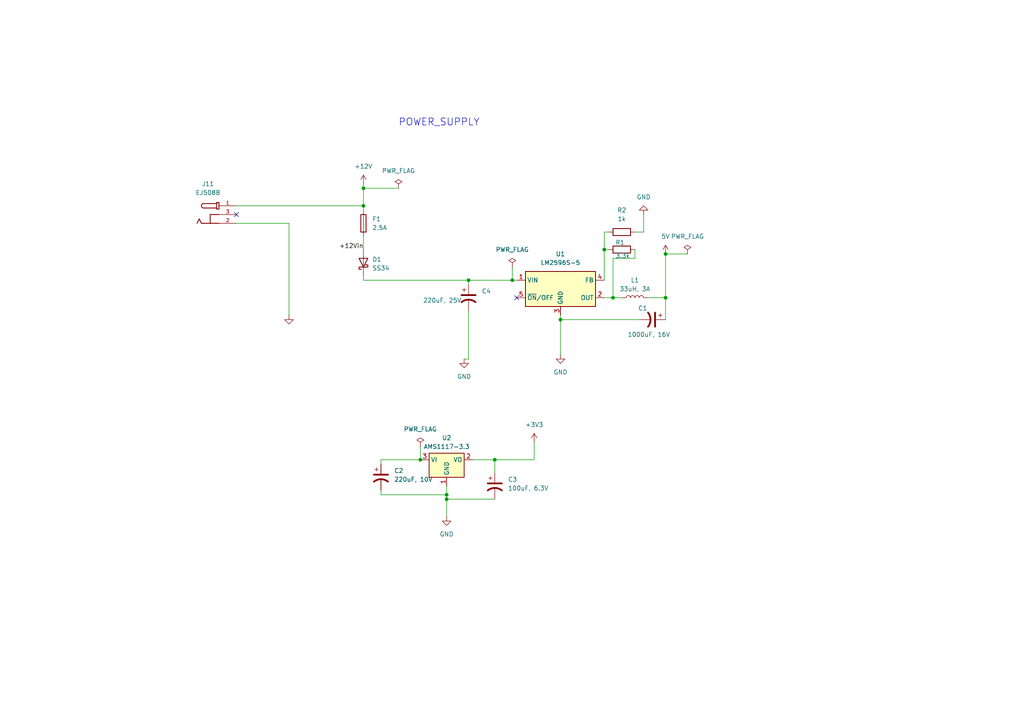
<source format=kicad_sch>
(kicad_sch
	(version 20231120)
	(generator "eeschema")
	(generator_version "8.0")
	(uuid "b11cd064-1802-47ac-aabe-b8a57805aa57")
	(paper "A4")
	(title_block
		(title "FARMTY ")
		(date "2025-02-20")
		(company "NGA ")
		(comment 1 "ALLAN NG'ANG'A GACHERU")
	)
	(lib_symbols
		(symbol "Device:C_Polarized_US"
			(pin_numbers hide)
			(pin_names
				(offset 0.254) hide)
			(exclude_from_sim no)
			(in_bom yes)
			(on_board yes)
			(property "Reference" "C"
				(at 0.635 2.54 0)
				(effects
					(font
						(size 1.27 1.27)
					)
					(justify left)
				)
			)
			(property "Value" "C_Polarized_US"
				(at 0.635 -2.54 0)
				(effects
					(font
						(size 1.27 1.27)
					)
					(justify left)
				)
			)
			(property "Footprint" ""
				(at 0 0 0)
				(effects
					(font
						(size 1.27 1.27)
					)
					(hide yes)
				)
			)
			(property "Datasheet" "~"
				(at 0 0 0)
				(effects
					(font
						(size 1.27 1.27)
					)
					(hide yes)
				)
			)
			(property "Description" "Polarized capacitor, US symbol"
				(at 0 0 0)
				(effects
					(font
						(size 1.27 1.27)
					)
					(hide yes)
				)
			)
			(property "ki_keywords" "cap capacitor"
				(at 0 0 0)
				(effects
					(font
						(size 1.27 1.27)
					)
					(hide yes)
				)
			)
			(property "ki_fp_filters" "CP_*"
				(at 0 0 0)
				(effects
					(font
						(size 1.27 1.27)
					)
					(hide yes)
				)
			)
			(symbol "C_Polarized_US_0_1"
				(polyline
					(pts
						(xy -2.032 0.762) (xy 2.032 0.762)
					)
					(stroke
						(width 0.508)
						(type default)
					)
					(fill
						(type none)
					)
				)
				(polyline
					(pts
						(xy -1.778 2.286) (xy -0.762 2.286)
					)
					(stroke
						(width 0)
						(type default)
					)
					(fill
						(type none)
					)
				)
				(polyline
					(pts
						(xy -1.27 1.778) (xy -1.27 2.794)
					)
					(stroke
						(width 0)
						(type default)
					)
					(fill
						(type none)
					)
				)
				(arc
					(start 2.032 -1.27)
					(mid 0 -0.5572)
					(end -2.032 -1.27)
					(stroke
						(width 0.508)
						(type default)
					)
					(fill
						(type none)
					)
				)
			)
			(symbol "C_Polarized_US_1_1"
				(pin passive line
					(at 0 3.81 270)
					(length 2.794)
					(name "~"
						(effects
							(font
								(size 1.27 1.27)
							)
						)
					)
					(number "1"
						(effects
							(font
								(size 1.27 1.27)
							)
						)
					)
				)
				(pin passive line
					(at 0 -3.81 90)
					(length 3.302)
					(name "~"
						(effects
							(font
								(size 1.27 1.27)
							)
						)
					)
					(number "2"
						(effects
							(font
								(size 1.27 1.27)
							)
						)
					)
				)
			)
		)
		(symbol "Device:Fuse"
			(pin_numbers hide)
			(pin_names
				(offset 0)
			)
			(exclude_from_sim no)
			(in_bom yes)
			(on_board yes)
			(property "Reference" "F"
				(at 2.032 0 90)
				(effects
					(font
						(size 1.27 1.27)
					)
				)
			)
			(property "Value" "Fuse"
				(at -1.905 0 90)
				(effects
					(font
						(size 1.27 1.27)
					)
				)
			)
			(property "Footprint" ""
				(at -1.778 0 90)
				(effects
					(font
						(size 1.27 1.27)
					)
					(hide yes)
				)
			)
			(property "Datasheet" "~"
				(at 0 0 0)
				(effects
					(font
						(size 1.27 1.27)
					)
					(hide yes)
				)
			)
			(property "Description" "Fuse"
				(at 0 0 0)
				(effects
					(font
						(size 1.27 1.27)
					)
					(hide yes)
				)
			)
			(property "ki_keywords" "fuse"
				(at 0 0 0)
				(effects
					(font
						(size 1.27 1.27)
					)
					(hide yes)
				)
			)
			(property "ki_fp_filters" "*Fuse*"
				(at 0 0 0)
				(effects
					(font
						(size 1.27 1.27)
					)
					(hide yes)
				)
			)
			(symbol "Fuse_0_1"
				(rectangle
					(start -0.762 -2.54)
					(end 0.762 2.54)
					(stroke
						(width 0.254)
						(type default)
					)
					(fill
						(type none)
					)
				)
				(polyline
					(pts
						(xy 0 2.54) (xy 0 -2.54)
					)
					(stroke
						(width 0)
						(type default)
					)
					(fill
						(type none)
					)
				)
			)
			(symbol "Fuse_1_1"
				(pin passive line
					(at 0 3.81 270)
					(length 1.27)
					(name "~"
						(effects
							(font
								(size 1.27 1.27)
							)
						)
					)
					(number "1"
						(effects
							(font
								(size 1.27 1.27)
							)
						)
					)
				)
				(pin passive line
					(at 0 -3.81 90)
					(length 1.27)
					(name "~"
						(effects
							(font
								(size 1.27 1.27)
							)
						)
					)
					(number "2"
						(effects
							(font
								(size 1.27 1.27)
							)
						)
					)
				)
			)
		)
		(symbol "Device:L"
			(pin_numbers hide)
			(pin_names
				(offset 1.016) hide)
			(exclude_from_sim no)
			(in_bom yes)
			(on_board yes)
			(property "Reference" "L"
				(at -1.27 0 90)
				(effects
					(font
						(size 1.27 1.27)
					)
				)
			)
			(property "Value" "L"
				(at 1.905 0 90)
				(effects
					(font
						(size 1.27 1.27)
					)
				)
			)
			(property "Footprint" ""
				(at 0 0 0)
				(effects
					(font
						(size 1.27 1.27)
					)
					(hide yes)
				)
			)
			(property "Datasheet" "~"
				(at 0 0 0)
				(effects
					(font
						(size 1.27 1.27)
					)
					(hide yes)
				)
			)
			(property "Description" "Inductor"
				(at 0 0 0)
				(effects
					(font
						(size 1.27 1.27)
					)
					(hide yes)
				)
			)
			(property "ki_keywords" "inductor choke coil reactor magnetic"
				(at 0 0 0)
				(effects
					(font
						(size 1.27 1.27)
					)
					(hide yes)
				)
			)
			(property "ki_fp_filters" "Choke_* *Coil* Inductor_* L_*"
				(at 0 0 0)
				(effects
					(font
						(size 1.27 1.27)
					)
					(hide yes)
				)
			)
			(symbol "L_0_1"
				(arc
					(start 0 -2.54)
					(mid 0.6323 -1.905)
					(end 0 -1.27)
					(stroke
						(width 0)
						(type default)
					)
					(fill
						(type none)
					)
				)
				(arc
					(start 0 -1.27)
					(mid 0.6323 -0.635)
					(end 0 0)
					(stroke
						(width 0)
						(type default)
					)
					(fill
						(type none)
					)
				)
				(arc
					(start 0 0)
					(mid 0.6323 0.635)
					(end 0 1.27)
					(stroke
						(width 0)
						(type default)
					)
					(fill
						(type none)
					)
				)
				(arc
					(start 0 1.27)
					(mid 0.6323 1.905)
					(end 0 2.54)
					(stroke
						(width 0)
						(type default)
					)
					(fill
						(type none)
					)
				)
			)
			(symbol "L_1_1"
				(pin passive line
					(at 0 3.81 270)
					(length 1.27)
					(name "1"
						(effects
							(font
								(size 1.27 1.27)
							)
						)
					)
					(number "1"
						(effects
							(font
								(size 1.27 1.27)
							)
						)
					)
				)
				(pin passive line
					(at 0 -3.81 90)
					(length 1.27)
					(name "2"
						(effects
							(font
								(size 1.27 1.27)
							)
						)
					)
					(number "2"
						(effects
							(font
								(size 1.27 1.27)
							)
						)
					)
				)
			)
		)
		(symbol "Device:R"
			(pin_numbers hide)
			(pin_names
				(offset 0)
			)
			(exclude_from_sim no)
			(in_bom yes)
			(on_board yes)
			(property "Reference" "R"
				(at 2.032 0 90)
				(effects
					(font
						(size 1.27 1.27)
					)
				)
			)
			(property "Value" "R"
				(at 0 0 90)
				(effects
					(font
						(size 1.27 1.27)
					)
				)
			)
			(property "Footprint" ""
				(at -1.778 0 90)
				(effects
					(font
						(size 1.27 1.27)
					)
					(hide yes)
				)
			)
			(property "Datasheet" "~"
				(at 0 0 0)
				(effects
					(font
						(size 1.27 1.27)
					)
					(hide yes)
				)
			)
			(property "Description" "Resistor"
				(at 0 0 0)
				(effects
					(font
						(size 1.27 1.27)
					)
					(hide yes)
				)
			)
			(property "ki_keywords" "R res resistor"
				(at 0 0 0)
				(effects
					(font
						(size 1.27 1.27)
					)
					(hide yes)
				)
			)
			(property "ki_fp_filters" "R_*"
				(at 0 0 0)
				(effects
					(font
						(size 1.27 1.27)
					)
					(hide yes)
				)
			)
			(symbol "R_0_1"
				(rectangle
					(start -1.016 -2.54)
					(end 1.016 2.54)
					(stroke
						(width 0.254)
						(type default)
					)
					(fill
						(type none)
					)
				)
			)
			(symbol "R_1_1"
				(pin passive line
					(at 0 3.81 270)
					(length 1.27)
					(name "~"
						(effects
							(font
								(size 1.27 1.27)
							)
						)
					)
					(number "1"
						(effects
							(font
								(size 1.27 1.27)
							)
						)
					)
				)
				(pin passive line
					(at 0 -3.81 90)
					(length 1.27)
					(name "~"
						(effects
							(font
								(size 1.27 1.27)
							)
						)
					)
					(number "2"
						(effects
							(font
								(size 1.27 1.27)
							)
						)
					)
				)
			)
		)
		(symbol "Diode:SS34"
			(pin_numbers hide)
			(pin_names
				(offset 1.016) hide)
			(exclude_from_sim no)
			(in_bom yes)
			(on_board yes)
			(property "Reference" "D"
				(at 0 2.54 0)
				(effects
					(font
						(size 1.27 1.27)
					)
				)
			)
			(property "Value" "SS34"
				(at 0 -2.54 0)
				(effects
					(font
						(size 1.27 1.27)
					)
				)
			)
			(property "Footprint" "Diode_SMD:D_SMA"
				(at 0 -4.445 0)
				(effects
					(font
						(size 1.27 1.27)
					)
					(hide yes)
				)
			)
			(property "Datasheet" "https://www.vishay.com/docs/88751/ss32.pdf"
				(at 0 0 0)
				(effects
					(font
						(size 1.27 1.27)
					)
					(hide yes)
				)
			)
			(property "Description" "40V 3A Schottky Diode, SMA"
				(at 0 0 0)
				(effects
					(font
						(size 1.27 1.27)
					)
					(hide yes)
				)
			)
			(property "ki_keywords" "diode Schottky"
				(at 0 0 0)
				(effects
					(font
						(size 1.27 1.27)
					)
					(hide yes)
				)
			)
			(property "ki_fp_filters" "D*SMA*"
				(at 0 0 0)
				(effects
					(font
						(size 1.27 1.27)
					)
					(hide yes)
				)
			)
			(symbol "SS34_0_1"
				(polyline
					(pts
						(xy 1.27 0) (xy -1.27 0)
					)
					(stroke
						(width 0)
						(type default)
					)
					(fill
						(type none)
					)
				)
				(polyline
					(pts
						(xy 1.27 1.27) (xy 1.27 -1.27) (xy -1.27 0) (xy 1.27 1.27)
					)
					(stroke
						(width 0.254)
						(type default)
					)
					(fill
						(type none)
					)
				)
				(polyline
					(pts
						(xy -1.905 0.635) (xy -1.905 1.27) (xy -1.27 1.27) (xy -1.27 -1.27) (xy -0.635 -1.27) (xy -0.635 -0.635)
					)
					(stroke
						(width 0.254)
						(type default)
					)
					(fill
						(type none)
					)
				)
			)
			(symbol "SS34_1_1"
				(pin passive line
					(at -3.81 0 0)
					(length 2.54)
					(name "K"
						(effects
							(font
								(size 1.27 1.27)
							)
						)
					)
					(number "1"
						(effects
							(font
								(size 1.27 1.27)
							)
						)
					)
				)
				(pin passive line
					(at 3.81 0 180)
					(length 2.54)
					(name "A"
						(effects
							(font
								(size 1.27 1.27)
							)
						)
					)
					(number "2"
						(effects
							(font
								(size 1.27 1.27)
							)
						)
					)
				)
			)
		)
		(symbol "EJ508B:EJ508B"
			(pin_names
				(offset 1.016)
			)
			(exclude_from_sim no)
			(in_bom yes)
			(on_board yes)
			(property "Reference" "J"
				(at -5.08 5.08 0)
				(effects
					(font
						(size 1.27 1.27)
					)
					(justify left bottom)
				)
			)
			(property "Value" "EJ508B"
				(at -5.08 -7.62 0)
				(effects
					(font
						(size 1.27 1.27)
					)
					(justify left bottom)
				)
			)
			(property "Footprint" "EJ508B:MPD_EJ508B"
				(at 0 0 0)
				(effects
					(font
						(size 1.27 1.27)
					)
					(justify bottom)
					(hide yes)
				)
			)
			(property "Datasheet" ""
				(at 0 0 0)
				(effects
					(font
						(size 1.27 1.27)
					)
					(hide yes)
				)
			)
			(property "Description" ""
				(at 0 0 0)
				(effects
					(font
						(size 1.27 1.27)
					)
					(hide yes)
				)
			)
			(property "MF" "MPD (Memory Protection Devices)"
				(at 0 0 0)
				(effects
					(font
						(size 1.27 1.27)
					)
					(justify bottom)
					(hide yes)
				)
			)
			(property "MAXIMUM_PACKAGE_HEIGHT" "10.67 mm"
				(at 0 0 0)
				(effects
					(font
						(size 1.27 1.27)
					)
					(justify bottom)
					(hide yes)
				)
			)
			(property "Package" "None"
				(at 0 0 0)
				(effects
					(font
						(size 1.27 1.27)
					)
					(justify bottom)
					(hide yes)
				)
			)
			(property "Price" "None"
				(at 0 0 0)
				(effects
					(font
						(size 1.27 1.27)
					)
					(justify bottom)
					(hide yes)
				)
			)
			(property "Check_prices" "https://www.snapeda.com/parts/EJ508B/MPD/view-part/?ref=eda"
				(at 0 0 0)
				(effects
					(font
						(size 1.27 1.27)
					)
					(justify bottom)
					(hide yes)
				)
			)
			(property "STANDARD" "Manufacturer Recommendations"
				(at 0 0 0)
				(effects
					(font
						(size 1.27 1.27)
					)
					(justify bottom)
					(hide yes)
				)
			)
			(property "PARTREV" "G"
				(at 0 0 0)
				(effects
					(font
						(size 1.27 1.27)
					)
					(justify bottom)
					(hide yes)
				)
			)
			(property "SnapEDA_Link" "https://www.snapeda.com/parts/EJ508B/MPD/view-part/?ref=snap"
				(at 0 0 0)
				(effects
					(font
						(size 1.27 1.27)
					)
					(justify bottom)
					(hide yes)
				)
			)
			(property "MP" "EJ508B"
				(at 0 0 0)
				(effects
					(font
						(size 1.27 1.27)
					)
					(justify bottom)
					(hide yes)
				)
			)
			(property "Description_1" "\n                        \n                            Power Barrel Connector Jack 2.50mm ID (0.098), 5.50mm OD (0.217) Through Hole, Right Angle\n                        \n"
				(at 0 0 0)
				(effects
					(font
						(size 1.27 1.27)
					)
					(justify bottom)
					(hide yes)
				)
			)
			(property "Availability" "In Stock"
				(at 0 0 0)
				(effects
					(font
						(size 1.27 1.27)
					)
					(justify bottom)
					(hide yes)
				)
			)
			(property "MANUFACTURER" "MPD"
				(at 0 0 0)
				(effects
					(font
						(size 1.27 1.27)
					)
					(justify bottom)
					(hide yes)
				)
			)
			(symbol "EJ508B_0_0"
				(arc
					(start -5.08 2.54)
					(mid -4.894 2.091)
					(end -4.445 1.905)
					(stroke
						(width 0.254)
						(type default)
					)
					(fill
						(type none)
					)
				)
				(arc
					(start -4.445 3.175)
					(mid -4.894 2.989)
					(end -5.08 2.54)
					(stroke
						(width 0.254)
						(type default)
					)
					(fill
						(type none)
					)
				)
				(polyline
					(pts
						(xy -5.715 -1.27) (xy -6.35 -2.54)
					)
					(stroke
						(width 0.254)
						(type default)
					)
					(fill
						(type none)
					)
				)
				(polyline
					(pts
						(xy -5.08 -2.54) (xy -5.715 -1.27)
					)
					(stroke
						(width 0.254)
						(type default)
					)
					(fill
						(type none)
					)
				)
				(polyline
					(pts
						(xy -4.445 1.905) (xy -0.635 1.905)
					)
					(stroke
						(width 0.254)
						(type default)
					)
					(fill
						(type none)
					)
				)
				(polyline
					(pts
						(xy -2.54 -2.54) (xy -5.08 -2.54)
					)
					(stroke
						(width 0.254)
						(type default)
					)
					(fill
						(type none)
					)
				)
				(polyline
					(pts
						(xy -2.54 0) (xy -2.54 -2.54)
					)
					(stroke
						(width 0.254)
						(type default)
					)
					(fill
						(type none)
					)
				)
				(polyline
					(pts
						(xy -0.635 1.5875) (xy -0.635 1.905)
					)
					(stroke
						(width 0.254)
						(type default)
					)
					(fill
						(type none)
					)
				)
				(polyline
					(pts
						(xy -0.635 1.905) (xy -0.635 3.175)
					)
					(stroke
						(width 0.254)
						(type default)
					)
					(fill
						(type none)
					)
				)
				(polyline
					(pts
						(xy -0.635 3.175) (xy -4.445 3.175)
					)
					(stroke
						(width 0.254)
						(type default)
					)
					(fill
						(type none)
					)
				)
				(polyline
					(pts
						(xy -0.635 3.175) (xy -0.635 3.4925)
					)
					(stroke
						(width 0.254)
						(type default)
					)
					(fill
						(type none)
					)
				)
				(polyline
					(pts
						(xy -0.635 3.4925) (xy 0 3.4925)
					)
					(stroke
						(width 0.254)
						(type default)
					)
					(fill
						(type none)
					)
				)
				(polyline
					(pts
						(xy 0 -2.54) (xy -2.54 -2.54)
					)
					(stroke
						(width 0.254)
						(type default)
					)
					(fill
						(type none)
					)
				)
				(polyline
					(pts
						(xy 0 0) (xy -2.54 0)
					)
					(stroke
						(width 0.254)
						(type default)
					)
					(fill
						(type none)
					)
				)
				(polyline
					(pts
						(xy 0 1.5875) (xy -0.635 1.5875)
					)
					(stroke
						(width 0.254)
						(type default)
					)
					(fill
						(type none)
					)
				)
				(polyline
					(pts
						(xy 0 3.4925) (xy 0 1.5875)
					)
					(stroke
						(width 0.254)
						(type default)
					)
					(fill
						(type none)
					)
				)
				(pin passive line
					(at 5.08 2.54 180)
					(length 5.08)
					(name "~"
						(effects
							(font
								(size 1.016 1.016)
							)
						)
					)
					(number "1"
						(effects
							(font
								(size 1.016 1.016)
							)
						)
					)
				)
				(pin passive line
					(at 5.08 -2.54 180)
					(length 5.08)
					(name "~"
						(effects
							(font
								(size 1.016 1.016)
							)
						)
					)
					(number "2"
						(effects
							(font
								(size 1.016 1.016)
							)
						)
					)
				)
				(pin passive line
					(at 5.08 0 180)
					(length 5.08)
					(name "~"
						(effects
							(font
								(size 1.016 1.016)
							)
						)
					)
					(number "3"
						(effects
							(font
								(size 1.016 1.016)
							)
						)
					)
				)
			)
		)
		(symbol "Regulator_Linear:AMS1117-3.3"
			(exclude_from_sim no)
			(in_bom yes)
			(on_board yes)
			(property "Reference" "U"
				(at -3.81 3.175 0)
				(effects
					(font
						(size 1.27 1.27)
					)
				)
			)
			(property "Value" "AMS1117-3.3"
				(at 0 3.175 0)
				(effects
					(font
						(size 1.27 1.27)
					)
					(justify left)
				)
			)
			(property "Footprint" "Package_TO_SOT_SMD:SOT-223-3_TabPin2"
				(at 0 5.08 0)
				(effects
					(font
						(size 1.27 1.27)
					)
					(hide yes)
				)
			)
			(property "Datasheet" "http://www.advanced-monolithic.com/pdf/ds1117.pdf"
				(at 2.54 -6.35 0)
				(effects
					(font
						(size 1.27 1.27)
					)
					(hide yes)
				)
			)
			(property "Description" "1A Low Dropout regulator, positive, 3.3V fixed output, SOT-223"
				(at 0 0 0)
				(effects
					(font
						(size 1.27 1.27)
					)
					(hide yes)
				)
			)
			(property "ki_keywords" "linear regulator ldo fixed positive"
				(at 0 0 0)
				(effects
					(font
						(size 1.27 1.27)
					)
					(hide yes)
				)
			)
			(property "ki_fp_filters" "SOT?223*TabPin2*"
				(at 0 0 0)
				(effects
					(font
						(size 1.27 1.27)
					)
					(hide yes)
				)
			)
			(symbol "AMS1117-3.3_0_1"
				(rectangle
					(start -5.08 -5.08)
					(end 5.08 1.905)
					(stroke
						(width 0.254)
						(type default)
					)
					(fill
						(type background)
					)
				)
			)
			(symbol "AMS1117-3.3_1_1"
				(pin power_in line
					(at 0 -7.62 90)
					(length 2.54)
					(name "GND"
						(effects
							(font
								(size 1.27 1.27)
							)
						)
					)
					(number "1"
						(effects
							(font
								(size 1.27 1.27)
							)
						)
					)
				)
				(pin power_out line
					(at 7.62 0 180)
					(length 2.54)
					(name "VO"
						(effects
							(font
								(size 1.27 1.27)
							)
						)
					)
					(number "2"
						(effects
							(font
								(size 1.27 1.27)
							)
						)
					)
				)
				(pin power_in line
					(at -7.62 0 0)
					(length 2.54)
					(name "VI"
						(effects
							(font
								(size 1.27 1.27)
							)
						)
					)
					(number "3"
						(effects
							(font
								(size 1.27 1.27)
							)
						)
					)
				)
			)
		)
		(symbol "Regulator_Switching:LM2596S-5"
			(exclude_from_sim no)
			(in_bom yes)
			(on_board yes)
			(property "Reference" "U"
				(at -10.16 6.35 0)
				(effects
					(font
						(size 1.27 1.27)
					)
					(justify left)
				)
			)
			(property "Value" "LM2596S-5"
				(at 0 6.35 0)
				(effects
					(font
						(size 1.27 1.27)
					)
					(justify left)
				)
			)
			(property "Footprint" "Package_TO_SOT_SMD:TO-263-5_TabPin3"
				(at 1.27 -6.35 0)
				(effects
					(font
						(size 1.27 1.27)
						(italic yes)
					)
					(justify left)
					(hide yes)
				)
			)
			(property "Datasheet" "http://www.ti.com/lit/ds/symlink/lm2596.pdf"
				(at 0 0 0)
				(effects
					(font
						(size 1.27 1.27)
					)
					(hide yes)
				)
			)
			(property "Description" "5V 3A Step-Down Voltage Regulator, TO-263"
				(at 0 0 0)
				(effects
					(font
						(size 1.27 1.27)
					)
					(hide yes)
				)
			)
			(property "ki_keywords" "Step-Down Voltage Regulator 5V 3A"
				(at 0 0 0)
				(effects
					(font
						(size 1.27 1.27)
					)
					(hide yes)
				)
			)
			(property "ki_fp_filters" "TO?263*"
				(at 0 0 0)
				(effects
					(font
						(size 1.27 1.27)
					)
					(hide yes)
				)
			)
			(symbol "LM2596S-5_0_1"
				(rectangle
					(start -10.16 5.08)
					(end 10.16 -5.08)
					(stroke
						(width 0.254)
						(type default)
					)
					(fill
						(type background)
					)
				)
			)
			(symbol "LM2596S-5_1_1"
				(pin power_in line
					(at -12.7 2.54 0)
					(length 2.54)
					(name "VIN"
						(effects
							(font
								(size 1.27 1.27)
							)
						)
					)
					(number "1"
						(effects
							(font
								(size 1.27 1.27)
							)
						)
					)
				)
				(pin output line
					(at 12.7 -2.54 180)
					(length 2.54)
					(name "OUT"
						(effects
							(font
								(size 1.27 1.27)
							)
						)
					)
					(number "2"
						(effects
							(font
								(size 1.27 1.27)
							)
						)
					)
				)
				(pin power_in line
					(at 0 -7.62 90)
					(length 2.54)
					(name "GND"
						(effects
							(font
								(size 1.27 1.27)
							)
						)
					)
					(number "3"
						(effects
							(font
								(size 1.27 1.27)
							)
						)
					)
				)
				(pin input line
					(at 12.7 2.54 180)
					(length 2.54)
					(name "FB"
						(effects
							(font
								(size 1.27 1.27)
							)
						)
					)
					(number "4"
						(effects
							(font
								(size 1.27 1.27)
							)
						)
					)
				)
				(pin input line
					(at -12.7 -2.54 0)
					(length 2.54)
					(name "~{ON}/OFF"
						(effects
							(font
								(size 1.27 1.27)
							)
						)
					)
					(number "5"
						(effects
							(font
								(size 1.27 1.27)
							)
						)
					)
				)
			)
		)
		(symbol "power:+1V0"
			(power)
			(pin_numbers hide)
			(pin_names
				(offset 0) hide)
			(exclude_from_sim no)
			(in_bom yes)
			(on_board yes)
			(property "Reference" "#PWR"
				(at 0 -3.81 0)
				(effects
					(font
						(size 1.27 1.27)
					)
					(hide yes)
				)
			)
			(property "Value" "+1V0"
				(at 0 3.556 0)
				(effects
					(font
						(size 1.27 1.27)
					)
				)
			)
			(property "Footprint" ""
				(at 0 0 0)
				(effects
					(font
						(size 1.27 1.27)
					)
					(hide yes)
				)
			)
			(property "Datasheet" ""
				(at 0 0 0)
				(effects
					(font
						(size 1.27 1.27)
					)
					(hide yes)
				)
			)
			(property "Description" "Power symbol creates a global label with name \"+1V0\""
				(at 0 0 0)
				(effects
					(font
						(size 1.27 1.27)
					)
					(hide yes)
				)
			)
			(property "ki_keywords" "global power"
				(at 0 0 0)
				(effects
					(font
						(size 1.27 1.27)
					)
					(hide yes)
				)
			)
			(symbol "+1V0_0_1"
				(polyline
					(pts
						(xy -0.762 1.27) (xy 0 2.54)
					)
					(stroke
						(width 0)
						(type default)
					)
					(fill
						(type none)
					)
				)
				(polyline
					(pts
						(xy 0 0) (xy 0 2.54)
					)
					(stroke
						(width 0)
						(type default)
					)
					(fill
						(type none)
					)
				)
				(polyline
					(pts
						(xy 0 2.54) (xy 0.762 1.27)
					)
					(stroke
						(width 0)
						(type default)
					)
					(fill
						(type none)
					)
				)
			)
			(symbol "+1V0_1_1"
				(pin power_in line
					(at 0 0 90)
					(length 0)
					(name "~"
						(effects
							(font
								(size 1.27 1.27)
							)
						)
					)
					(number "1"
						(effects
							(font
								(size 1.27 1.27)
							)
						)
					)
				)
			)
		)
		(symbol "power:+1V1"
			(power)
			(pin_numbers hide)
			(pin_names
				(offset 0) hide)
			(exclude_from_sim no)
			(in_bom yes)
			(on_board yes)
			(property "Reference" "#PWR"
				(at 0 -3.81 0)
				(effects
					(font
						(size 1.27 1.27)
					)
					(hide yes)
				)
			)
			(property "Value" "+1V1"
				(at 0 3.556 0)
				(effects
					(font
						(size 1.27 1.27)
					)
				)
			)
			(property "Footprint" ""
				(at 0 0 0)
				(effects
					(font
						(size 1.27 1.27)
					)
					(hide yes)
				)
			)
			(property "Datasheet" ""
				(at 0 0 0)
				(effects
					(font
						(size 1.27 1.27)
					)
					(hide yes)
				)
			)
			(property "Description" "Power symbol creates a global label with name \"+1V1\""
				(at 0 0 0)
				(effects
					(font
						(size 1.27 1.27)
					)
					(hide yes)
				)
			)
			(property "ki_keywords" "global power"
				(at 0 0 0)
				(effects
					(font
						(size 1.27 1.27)
					)
					(hide yes)
				)
			)
			(symbol "+1V1_0_1"
				(polyline
					(pts
						(xy -0.762 1.27) (xy 0 2.54)
					)
					(stroke
						(width 0)
						(type default)
					)
					(fill
						(type none)
					)
				)
				(polyline
					(pts
						(xy 0 0) (xy 0 2.54)
					)
					(stroke
						(width 0)
						(type default)
					)
					(fill
						(type none)
					)
				)
				(polyline
					(pts
						(xy 0 2.54) (xy 0.762 1.27)
					)
					(stroke
						(width 0)
						(type default)
					)
					(fill
						(type none)
					)
				)
			)
			(symbol "+1V1_1_1"
				(pin power_in line
					(at 0 0 90)
					(length 0)
					(name "~"
						(effects
							(font
								(size 1.27 1.27)
							)
						)
					)
					(number "1"
						(effects
							(font
								(size 1.27 1.27)
							)
						)
					)
				)
			)
		)
		(symbol "power:GND"
			(power)
			(pin_numbers hide)
			(pin_names
				(offset 0) hide)
			(exclude_from_sim no)
			(in_bom yes)
			(on_board yes)
			(property "Reference" "#PWR"
				(at 0 -6.35 0)
				(effects
					(font
						(size 1.27 1.27)
					)
					(hide yes)
				)
			)
			(property "Value" "GND"
				(at 0 -3.81 0)
				(effects
					(font
						(size 1.27 1.27)
					)
				)
			)
			(property "Footprint" ""
				(at 0 0 0)
				(effects
					(font
						(size 1.27 1.27)
					)
					(hide yes)
				)
			)
			(property "Datasheet" ""
				(at 0 0 0)
				(effects
					(font
						(size 1.27 1.27)
					)
					(hide yes)
				)
			)
			(property "Description" "Power symbol creates a global label with name \"GND\" , ground"
				(at 0 0 0)
				(effects
					(font
						(size 1.27 1.27)
					)
					(hide yes)
				)
			)
			(property "ki_keywords" "global power"
				(at 0 0 0)
				(effects
					(font
						(size 1.27 1.27)
					)
					(hide yes)
				)
			)
			(symbol "GND_0_1"
				(polyline
					(pts
						(xy 0 0) (xy 0 -1.27) (xy 1.27 -1.27) (xy 0 -2.54) (xy -1.27 -1.27) (xy 0 -1.27)
					)
					(stroke
						(width 0)
						(type default)
					)
					(fill
						(type none)
					)
				)
			)
			(symbol "GND_1_1"
				(pin power_in line
					(at 0 0 270)
					(length 0)
					(name "~"
						(effects
							(font
								(size 1.27 1.27)
							)
						)
					)
					(number "1"
						(effects
							(font
								(size 1.27 1.27)
							)
						)
					)
				)
			)
		)
		(symbol "power:PWR_FLAG"
			(power)
			(pin_numbers hide)
			(pin_names
				(offset 0) hide)
			(exclude_from_sim no)
			(in_bom yes)
			(on_board yes)
			(property "Reference" "#FLG"
				(at 0 1.905 0)
				(effects
					(font
						(size 1.27 1.27)
					)
					(hide yes)
				)
			)
			(property "Value" "PWR_FLAG"
				(at 0 3.81 0)
				(effects
					(font
						(size 1.27 1.27)
					)
				)
			)
			(property "Footprint" ""
				(at 0 0 0)
				(effects
					(font
						(size 1.27 1.27)
					)
					(hide yes)
				)
			)
			(property "Datasheet" "~"
				(at 0 0 0)
				(effects
					(font
						(size 1.27 1.27)
					)
					(hide yes)
				)
			)
			(property "Description" "Special symbol for telling ERC where power comes from"
				(at 0 0 0)
				(effects
					(font
						(size 1.27 1.27)
					)
					(hide yes)
				)
			)
			(property "ki_keywords" "flag power"
				(at 0 0 0)
				(effects
					(font
						(size 1.27 1.27)
					)
					(hide yes)
				)
			)
			(symbol "PWR_FLAG_0_0"
				(pin power_out line
					(at 0 0 90)
					(length 0)
					(name "~"
						(effects
							(font
								(size 1.27 1.27)
							)
						)
					)
					(number "1"
						(effects
							(font
								(size 1.27 1.27)
							)
						)
					)
				)
			)
			(symbol "PWR_FLAG_0_1"
				(polyline
					(pts
						(xy 0 0) (xy 0 1.27) (xy -1.016 1.905) (xy 0 2.54) (xy 1.016 1.905) (xy 0 1.27)
					)
					(stroke
						(width 0)
						(type default)
					)
					(fill
						(type none)
					)
				)
			)
		)
	)
	(junction
		(at 148.59 81.28)
		(diameter 0)
		(color 0 0 0 0)
		(uuid "36a621c5-3e33-44fe-b834-0e06eee4aebd")
	)
	(junction
		(at 143.51 133.35)
		(diameter 0)
		(color 0 0 0 0)
		(uuid "37281ffc-779d-43eb-832a-d3ba16b210b4")
	)
	(junction
		(at 105.41 59.69)
		(diameter 0)
		(color 0 0 0 0)
		(uuid "410112a4-037d-4121-8d06-194eaa355ed4")
	)
	(junction
		(at 129.54 143.51)
		(diameter 0)
		(color 0 0 0 0)
		(uuid "645589cf-3edb-4c67-9beb-5bd53b3d9630")
	)
	(junction
		(at 162.56 92.71)
		(diameter 0)
		(color 0 0 0 0)
		(uuid "6a91c4a7-8177-41e1-8c88-cf09cbef2100")
	)
	(junction
		(at 193.04 86.36)
		(diameter 0)
		(color 0 0 0 0)
		(uuid "88aa3851-7e5a-4eaf-8ed3-5c1d74eb36cf")
	)
	(junction
		(at 129.54 144.78)
		(diameter 0)
		(color 0 0 0 0)
		(uuid "94242345-8e7e-4123-907e-909546f85746")
	)
	(junction
		(at 193.04 73.66)
		(diameter 0)
		(color 0 0 0 0)
		(uuid "96d86cc4-6ca8-4b2c-849f-11bf9e48131e")
	)
	(junction
		(at 175.26 72.39)
		(diameter 0)
		(color 0 0 0 0)
		(uuid "ba41d7c2-df8a-462e-beac-3b69557b0736")
	)
	(junction
		(at 177.8 86.36)
		(diameter 0)
		(color 0 0 0 0)
		(uuid "d82850cf-4c00-489b-b003-504ef77bf6a7")
	)
	(junction
		(at 121.92 133.35)
		(diameter 0)
		(color 0 0 0 0)
		(uuid "d9953558-7251-41a8-9e39-aeed69d317db")
	)
	(junction
		(at 105.41 54.61)
		(diameter 0)
		(color 0 0 0 0)
		(uuid "efefa24e-75bf-4c9c-890f-85cc6e74f58e")
	)
	(junction
		(at 135.89 81.28)
		(diameter 0)
		(color 0 0 0 0)
		(uuid "f43b4a67-33d4-4665-849a-554ec9f0a84b")
	)
	(no_connect
		(at 68.58 62.23)
		(uuid "99694a58-3d34-44c9-9e04-269014c2db7f")
	)
	(no_connect
		(at 149.86 86.36)
		(uuid "a83ac588-3f5e-44aa-968c-6d7c4c2930aa")
	)
	(wire
		(pts
			(xy 121.92 129.54) (xy 121.92 133.35)
		)
		(stroke
			(width 0)
			(type default)
		)
		(uuid "046eb211-4216-461a-a8e1-5490760c6cc4")
	)
	(wire
		(pts
			(xy 193.04 86.36) (xy 193.04 92.71)
		)
		(stroke
			(width 0)
			(type default)
		)
		(uuid "092bcfb6-6c40-41ba-b30a-418f5942d763")
	)
	(wire
		(pts
			(xy 143.51 133.35) (xy 143.51 137.16)
		)
		(stroke
			(width 0)
			(type default)
		)
		(uuid "0a4ec0ca-79f8-4782-9712-fe3efba04ad3")
	)
	(wire
		(pts
			(xy 110.49 142.24) (xy 110.49 143.51)
		)
		(stroke
			(width 0)
			(type default)
		)
		(uuid "128269a3-4c0d-4f1a-aa7f-4c9f8b01f68d")
	)
	(wire
		(pts
			(xy 110.49 134.62) (xy 110.49 133.35)
		)
		(stroke
			(width 0)
			(type default)
		)
		(uuid "16760021-e729-4eea-a5be-c1b4f4182516")
	)
	(wire
		(pts
			(xy 175.26 72.39) (xy 175.26 81.28)
		)
		(stroke
			(width 0)
			(type default)
		)
		(uuid "19d82195-a762-4775-999f-41eef02e10cd")
	)
	(wire
		(pts
			(xy 68.58 64.77) (xy 83.82 64.77)
		)
		(stroke
			(width 0)
			(type default)
		)
		(uuid "2138b48d-7fd0-4250-83e2-80eab82d4067")
	)
	(wire
		(pts
			(xy 184.15 67.31) (xy 186.69 67.31)
		)
		(stroke
			(width 0)
			(type default)
		)
		(uuid "28488194-ff75-47cc-a795-c34da890c6aa")
	)
	(wire
		(pts
			(xy 68.58 59.69) (xy 105.41 59.69)
		)
		(stroke
			(width 0)
			(type default)
		)
		(uuid "28518693-0257-4422-8d2f-23858b8fc143")
	)
	(wire
		(pts
			(xy 135.89 81.28) (xy 135.89 82.55)
		)
		(stroke
			(width 0)
			(type default)
		)
		(uuid "40bf64e5-7093-48cc-9e31-bc1a3928fa70")
	)
	(wire
		(pts
			(xy 110.49 143.51) (xy 129.54 143.51)
		)
		(stroke
			(width 0)
			(type default)
		)
		(uuid "4a4e8eff-ae30-4671-96e5-76b4de66aaa5")
	)
	(wire
		(pts
			(xy 154.94 133.35) (xy 143.51 133.35)
		)
		(stroke
			(width 0)
			(type default)
		)
		(uuid "58e35009-b5a7-43a6-bb73-99a0989de9c2")
	)
	(wire
		(pts
			(xy 129.54 144.78) (xy 143.51 144.78)
		)
		(stroke
			(width 0)
			(type default)
		)
		(uuid "5b825428-53dd-4f7e-a115-c28d1c6cca93")
	)
	(wire
		(pts
			(xy 193.04 73.66) (xy 199.39 73.66)
		)
		(stroke
			(width 0)
			(type default)
		)
		(uuid "62da33f1-4d23-4266-9c4a-1fb1e6a154d2")
	)
	(wire
		(pts
			(xy 193.04 73.66) (xy 193.04 86.36)
		)
		(stroke
			(width 0)
			(type default)
		)
		(uuid "63180b0e-77dd-45e8-baac-49bfc9074abe")
	)
	(wire
		(pts
			(xy 105.41 54.61) (xy 115.57 54.61)
		)
		(stroke
			(width 0)
			(type default)
		)
		(uuid "67c708e7-e8ec-47bc-90f3-e0e3c4016324")
	)
	(wire
		(pts
			(xy 105.41 53.34) (xy 105.41 54.61)
		)
		(stroke
			(width 0)
			(type default)
		)
		(uuid "7fe1ec48-51bd-46e2-a7b0-1a097d7f3227")
	)
	(wire
		(pts
			(xy 176.53 67.31) (xy 175.26 67.31)
		)
		(stroke
			(width 0)
			(type default)
		)
		(uuid "852d36a9-9aca-4166-b971-ad167096d7e4")
	)
	(wire
		(pts
			(xy 83.82 64.77) (xy 83.82 91.44)
		)
		(stroke
			(width 0)
			(type default)
		)
		(uuid "8d4862a5-dea9-4f84-9963-5e6771a9f279")
	)
	(wire
		(pts
			(xy 184.15 72.39) (xy 184.15 74.93)
		)
		(stroke
			(width 0)
			(type default)
		)
		(uuid "91a11462-664e-4cc9-bf1a-5d2124a8caa7")
	)
	(wire
		(pts
			(xy 110.49 133.35) (xy 121.92 133.35)
		)
		(stroke
			(width 0)
			(type default)
		)
		(uuid "979b53c8-e3fb-4c6a-98a0-3c995f6d3176")
	)
	(wire
		(pts
			(xy 105.41 59.69) (xy 105.41 60.96)
		)
		(stroke
			(width 0)
			(type default)
		)
		(uuid "a2264480-a652-49c3-9833-6865eab8c383")
	)
	(wire
		(pts
			(xy 154.94 128.27) (xy 154.94 133.35)
		)
		(stroke
			(width 0)
			(type default)
		)
		(uuid "a2948322-a297-4afd-aef2-541e6d3f50b6")
	)
	(wire
		(pts
			(xy 162.56 92.71) (xy 162.56 91.44)
		)
		(stroke
			(width 0)
			(type default)
		)
		(uuid "a3633d8e-1f8f-4fff-b628-eda678edbda7")
	)
	(wire
		(pts
			(xy 105.41 54.61) (xy 105.41 59.69)
		)
		(stroke
			(width 0)
			(type default)
		)
		(uuid "a5fab12c-9bd6-4101-a287-ece013bf72c0")
	)
	(wire
		(pts
			(xy 185.42 92.71) (xy 162.56 92.71)
		)
		(stroke
			(width 0)
			(type default)
		)
		(uuid "a678736a-347c-449d-b2af-e6bd2693cf80")
	)
	(wire
		(pts
			(xy 105.41 81.28) (xy 105.41 80.01)
		)
		(stroke
			(width 0)
			(type default)
		)
		(uuid "a75b32d8-34c7-4198-b1fb-550bd03afc72")
	)
	(wire
		(pts
			(xy 162.56 92.71) (xy 162.56 102.87)
		)
		(stroke
			(width 0)
			(type default)
		)
		(uuid "ad7b390f-2462-4988-8e12-df919ce54dea")
	)
	(wire
		(pts
			(xy 186.69 67.31) (xy 186.69 62.23)
		)
		(stroke
			(width 0)
			(type default)
		)
		(uuid "b2b92f7d-27c6-490a-801a-b307dc58b139")
	)
	(wire
		(pts
			(xy 148.59 77.47) (xy 148.59 81.28)
		)
		(stroke
			(width 0)
			(type default)
		)
		(uuid "b410f988-d31c-4fe8-bbd5-05df63814050")
	)
	(wire
		(pts
			(xy 177.8 86.36) (xy 180.34 86.36)
		)
		(stroke
			(width 0)
			(type default)
		)
		(uuid "b591997d-6d2e-4326-b756-e810dc3d5b9a")
	)
	(wire
		(pts
			(xy 177.8 74.93) (xy 177.8 86.36)
		)
		(stroke
			(width 0)
			(type default)
		)
		(uuid "b8116dc1-aa96-4a0c-af5e-4ae6d68e4310")
	)
	(wire
		(pts
			(xy 175.26 72.39) (xy 176.53 72.39)
		)
		(stroke
			(width 0)
			(type default)
		)
		(uuid "bad40b7a-a09e-4556-aa28-398608436088")
	)
	(wire
		(pts
			(xy 184.15 74.93) (xy 177.8 74.93)
		)
		(stroke
			(width 0)
			(type default)
		)
		(uuid "bdf92305-d589-47fb-8327-be9e2670cbf9")
	)
	(wire
		(pts
			(xy 137.16 133.35) (xy 143.51 133.35)
		)
		(stroke
			(width 0)
			(type default)
		)
		(uuid "c2023b58-040c-47b7-85c2-7a66110a2ced")
	)
	(wire
		(pts
			(xy 187.96 86.36) (xy 193.04 86.36)
		)
		(stroke
			(width 0)
			(type default)
		)
		(uuid "dc5ee82b-57eb-4b70-b8f0-148f9ae0340a")
	)
	(wire
		(pts
			(xy 129.54 143.51) (xy 129.54 144.78)
		)
		(stroke
			(width 0)
			(type default)
		)
		(uuid "ddcf157f-6f76-4138-b0d5-283063dd4e95")
	)
	(wire
		(pts
			(xy 148.59 81.28) (xy 149.86 81.28)
		)
		(stroke
			(width 0)
			(type default)
		)
		(uuid "df1f6b5f-5d6c-45de-b9cf-73e56ddc09fc")
	)
	(wire
		(pts
			(xy 175.26 86.36) (xy 177.8 86.36)
		)
		(stroke
			(width 0)
			(type default)
		)
		(uuid "e11ddbe5-ff7a-4f1a-8b02-c260e4378e5a")
	)
	(wire
		(pts
			(xy 129.54 140.97) (xy 129.54 143.51)
		)
		(stroke
			(width 0)
			(type default)
		)
		(uuid "e1980fa9-32c3-47a7-bf60-548ef02c1e89")
	)
	(wire
		(pts
			(xy 105.41 68.58) (xy 105.41 72.39)
		)
		(stroke
			(width 0)
			(type default)
		)
		(uuid "e621b7c2-1318-4daa-b217-8d0491e7fddd")
	)
	(wire
		(pts
			(xy 175.26 67.31) (xy 175.26 72.39)
		)
		(stroke
			(width 0)
			(type default)
		)
		(uuid "ec2163d8-6040-418f-b94c-a16f78dae556")
	)
	(wire
		(pts
			(xy 135.89 90.17) (xy 135.89 104.14)
		)
		(stroke
			(width 0)
			(type default)
		)
		(uuid "ecb0bad8-d3e7-40da-beea-e02b40368a06")
	)
	(wire
		(pts
			(xy 105.41 81.28) (xy 135.89 81.28)
		)
		(stroke
			(width 0)
			(type default)
		)
		(uuid "effed2be-31de-459c-8fa9-1bf2f9437f4f")
	)
	(wire
		(pts
			(xy 135.89 81.28) (xy 148.59 81.28)
		)
		(stroke
			(width 0)
			(type default)
		)
		(uuid "f190d20c-4f84-4cb3-bf9c-4e3acf0dab7f")
	)
	(wire
		(pts
			(xy 129.54 144.78) (xy 129.54 149.86)
		)
		(stroke
			(width 0)
			(type default)
		)
		(uuid "f7a7d337-f783-47dd-b853-673a0eb016e2")
	)
	(wire
		(pts
			(xy 135.89 104.14) (xy 134.62 104.14)
		)
		(stroke
			(width 0)
			(type default)
		)
		(uuid "ffe92e2d-a54f-43af-89cf-083fb4564f0d")
	)
	(text "POWER_SUPPLY"
		(exclude_from_sim no)
		(at 115.57 35.56 0)
		(effects
			(font
				(size 2.032 2.032)
			)
			(justify left)
		)
		(uuid "f90ae2b1-0627-47f4-996c-feb23803257c")
	)
	(label "+12Vin"
		(at 105.41 72.39 180)
		(effects
			(font
				(size 1.27 1.27)
			)
			(justify right bottom)
		)
		(uuid "f34a48c0-51a6-4e35-b6d6-150068769b4c")
	)
	(symbol
		(lib_id "power:PWR_FLAG")
		(at 148.59 77.47 0)
		(unit 1)
		(exclude_from_sim no)
		(in_bom yes)
		(on_board yes)
		(dnp no)
		(fields_autoplaced yes)
		(uuid "081b16fb-63dd-40d1-9fe2-05ee847794a0")
		(property "Reference" "#FLG05"
			(at 148.59 75.565 0)
			(effects
				(font
					(size 1.27 1.27)
				)
				(hide yes)
			)
		)
		(property "Value" "PWR_FLAG"
			(at 148.59 72.39 0)
			(effects
				(font
					(size 1.27 1.27)
				)
			)
		)
		(property "Footprint" ""
			(at 148.59 77.47 0)
			(effects
				(font
					(size 1.27 1.27)
				)
				(hide yes)
			)
		)
		(property "Datasheet" "~"
			(at 148.59 77.47 0)
			(effects
				(font
					(size 1.27 1.27)
				)
				(hide yes)
			)
		)
		(property "Description" "Special symbol for telling ERC where power comes from"
			(at 148.59 77.47 0)
			(effects
				(font
					(size 1.27 1.27)
				)
				(hide yes)
			)
		)
		(pin "1"
			(uuid "6bbd105e-b55a-43c7-9224-afdde0672ce0")
		)
		(instances
			(project ""
				(path "/0fdfe1ab-72bc-4993-b1c2-70ee1668a905/f1862624-a197-4c52-bbd0-e714cfe2f9b0"
					(reference "#FLG05")
					(unit 1)
				)
			)
		)
	)
	(symbol
		(lib_id "power:PWR_FLAG")
		(at 121.92 129.54 0)
		(unit 1)
		(exclude_from_sim no)
		(in_bom yes)
		(on_board yes)
		(dnp no)
		(fields_autoplaced yes)
		(uuid "11ab05fb-ea91-4688-9374-5f007305757c")
		(property "Reference" "#FLG04"
			(at 121.92 127.635 0)
			(effects
				(font
					(size 1.27 1.27)
				)
				(hide yes)
			)
		)
		(property "Value" "PWR_FLAG"
			(at 121.92 124.46 0)
			(effects
				(font
					(size 1.27 1.27)
				)
			)
		)
		(property "Footprint" ""
			(at 121.92 129.54 0)
			(effects
				(font
					(size 1.27 1.27)
				)
				(hide yes)
			)
		)
		(property "Datasheet" "~"
			(at 121.92 129.54 0)
			(effects
				(font
					(size 1.27 1.27)
				)
				(hide yes)
			)
		)
		(property "Description" "Special symbol for telling ERC where power comes from"
			(at 121.92 129.54 0)
			(effects
				(font
					(size 1.27 1.27)
				)
				(hide yes)
			)
		)
		(pin "1"
			(uuid "cf0ab43a-8c7f-4fde-ab9a-3d414847c19b")
		)
		(instances
			(project ""
				(path "/0fdfe1ab-72bc-4993-b1c2-70ee1668a905/f1862624-a197-4c52-bbd0-e714cfe2f9b0"
					(reference "#FLG04")
					(unit 1)
				)
			)
		)
	)
	(symbol
		(lib_id "power:GND")
		(at 162.56 102.87 0)
		(unit 1)
		(exclude_from_sim no)
		(in_bom yes)
		(on_board yes)
		(dnp no)
		(fields_autoplaced yes)
		(uuid "28cc6814-9047-4a0b-b341-0fde39d1d80f")
		(property "Reference" "#PWR038"
			(at 162.56 109.22 0)
			(effects
				(font
					(size 1.27 1.27)
				)
				(hide yes)
			)
		)
		(property "Value" "GND"
			(at 162.56 107.95 0)
			(effects
				(font
					(size 1.27 1.27)
				)
			)
		)
		(property "Footprint" ""
			(at 162.56 102.87 0)
			(effects
				(font
					(size 1.27 1.27)
				)
				(hide yes)
			)
		)
		(property "Datasheet" ""
			(at 162.56 102.87 0)
			(effects
				(font
					(size 1.27 1.27)
				)
				(hide yes)
			)
		)
		(property "Description" "Power symbol creates a global label with name \"GND\" , ground"
			(at 162.56 102.87 0)
			(effects
				(font
					(size 1.27 1.27)
				)
				(hide yes)
			)
		)
		(pin "1"
			(uuid "868a1b43-e05a-4bb7-82ad-9432d609cfa7")
		)
		(instances
			(project ""
				(path "/0fdfe1ab-72bc-4993-b1c2-70ee1668a905/f1862624-a197-4c52-bbd0-e714cfe2f9b0"
					(reference "#PWR038")
					(unit 1)
				)
			)
		)
	)
	(symbol
		(lib_id "power:+1V0")
		(at 193.04 73.66 0)
		(unit 1)
		(exclude_from_sim no)
		(in_bom yes)
		(on_board yes)
		(dnp no)
		(fields_autoplaced yes)
		(uuid "3ab8860a-66ce-4048-b5a9-4da9da3de39b")
		(property "Reference" "#PWR03"
			(at 193.04 77.47 0)
			(effects
				(font
					(size 1.27 1.27)
				)
				(hide yes)
			)
		)
		(property "Value" "5V"
			(at 193.04 68.58 0)
			(effects
				(font
					(size 1.27 1.27)
				)
			)
		)
		(property "Footprint" ""
			(at 193.04 73.66 0)
			(effects
				(font
					(size 1.27 1.27)
				)
				(hide yes)
			)
		)
		(property "Datasheet" ""
			(at 193.04 73.66 0)
			(effects
				(font
					(size 1.27 1.27)
				)
				(hide yes)
			)
		)
		(property "Description" "Power symbol creates a global label with name \"+1V0\""
			(at 193.04 73.66 0)
			(effects
				(font
					(size 1.27 1.27)
				)
				(hide yes)
			)
		)
		(pin "1"
			(uuid "8b61e303-0258-4afb-956c-ad691352b11c")
		)
		(instances
			(project ""
				(path "/0fdfe1ab-72bc-4993-b1c2-70ee1668a905/f1862624-a197-4c52-bbd0-e714cfe2f9b0"
					(reference "#PWR03")
					(unit 1)
				)
			)
		)
	)
	(symbol
		(lib_id "power:GND")
		(at 83.82 91.44 0)
		(unit 1)
		(exclude_from_sim no)
		(in_bom yes)
		(on_board yes)
		(dnp no)
		(fields_autoplaced yes)
		(uuid "42a92f32-3979-41d1-9a87-60647779cca1")
		(property "Reference" "#PWR07"
			(at 83.82 97.79 0)
			(effects
				(font
					(size 1.27 1.27)
				)
				(hide yes)
			)
		)
		(property "Value" "GND"
			(at 83.82 96.52 0)
			(effects
				(font
					(size 1.27 1.27)
				)
				(hide yes)
			)
		)
		(property "Footprint" ""
			(at 83.82 91.44 0)
			(effects
				(font
					(size 1.27 1.27)
				)
				(hide yes)
			)
		)
		(property "Datasheet" ""
			(at 83.82 91.44 0)
			(effects
				(font
					(size 1.27 1.27)
				)
				(hide yes)
			)
		)
		(property "Description" "Power symbol creates a global label with name \"GND\" , ground"
			(at 83.82 91.44 0)
			(effects
				(font
					(size 1.27 1.27)
				)
				(hide yes)
			)
		)
		(pin "1"
			(uuid "cdd5ecd9-6852-4e8a-911c-cb5189ecddb5")
		)
		(instances
			(project ""
				(path "/0fdfe1ab-72bc-4993-b1c2-70ee1668a905/f1862624-a197-4c52-bbd0-e714cfe2f9b0"
					(reference "#PWR07")
					(unit 1)
				)
			)
		)
	)
	(symbol
		(lib_id "Device:C_Polarized_US")
		(at 110.49 138.43 0)
		(unit 1)
		(exclude_from_sim no)
		(in_bom yes)
		(on_board yes)
		(dnp no)
		(fields_autoplaced yes)
		(uuid "460b98ed-fce8-4b37-bcf7-b9845795f815")
		(property "Reference" "C2"
			(at 114.3 136.5249 0)
			(effects
				(font
					(size 1.27 1.27)
				)
				(justify left)
			)
		)
		(property "Value" "220uF, 10V"
			(at 114.3 139.0649 0)
			(effects
				(font
					(size 1.27 1.27)
				)
				(justify left)
			)
		)
		(property "Footprint" "Capacitor_SMD:C_2220_5750Metric"
			(at 110.49 138.43 0)
			(effects
				(font
					(size 1.27 1.27)
				)
				(hide yes)
			)
		)
		(property "Datasheet" "~"
			(at 110.49 138.43 0)
			(effects
				(font
					(size 1.27 1.27)
				)
				(hide yes)
			)
		)
		(property "Description" "Polarized capacitor, US symbol"
			(at 110.49 138.43 0)
			(effects
				(font
					(size 1.27 1.27)
				)
				(hide yes)
			)
		)
		(pin "2"
			(uuid "5b2acf85-022a-489f-aab7-aabbf8aa07c8")
		)
		(pin "1"
			(uuid "a3b28231-cc11-43f1-a93e-5e8d345b29c6")
		)
		(instances
			(project ""
				(path "/0fdfe1ab-72bc-4993-b1c2-70ee1668a905/f1862624-a197-4c52-bbd0-e714cfe2f9b0"
					(reference "C2")
					(unit 1)
				)
			)
		)
	)
	(symbol
		(lib_id "power:PWR_FLAG")
		(at 199.39 73.66 0)
		(unit 1)
		(exclude_from_sim no)
		(in_bom yes)
		(on_board yes)
		(dnp no)
		(fields_autoplaced yes)
		(uuid "4e4cc78d-0a83-4d03-b8f0-d4f78ace869c")
		(property "Reference" "#FLG06"
			(at 199.39 71.755 0)
			(effects
				(font
					(size 1.27 1.27)
				)
				(hide yes)
			)
		)
		(property "Value" "PWR_FLAG"
			(at 199.39 68.58 0)
			(effects
				(font
					(size 1.27 1.27)
				)
			)
		)
		(property "Footprint" ""
			(at 199.39 73.66 0)
			(effects
				(font
					(size 1.27 1.27)
				)
				(hide yes)
			)
		)
		(property "Datasheet" "~"
			(at 199.39 73.66 0)
			(effects
				(font
					(size 1.27 1.27)
				)
				(hide yes)
			)
		)
		(property "Description" "Special symbol for telling ERC where power comes from"
			(at 199.39 73.66 0)
			(effects
				(font
					(size 1.27 1.27)
				)
				(hide yes)
			)
		)
		(pin "1"
			(uuid "b52d431a-0dbe-49d0-957e-4c36a24aad2f")
		)
		(instances
			(project ""
				(path "/0fdfe1ab-72bc-4993-b1c2-70ee1668a905/f1862624-a197-4c52-bbd0-e714cfe2f9b0"
					(reference "#FLG06")
					(unit 1)
				)
			)
		)
	)
	(symbol
		(lib_id "power:GND")
		(at 134.62 104.14 0)
		(unit 1)
		(exclude_from_sim no)
		(in_bom yes)
		(on_board yes)
		(dnp no)
		(fields_autoplaced yes)
		(uuid "4f11896e-9713-4a10-9a19-aa2fab8da518")
		(property "Reference" "#PWR02"
			(at 134.62 110.49 0)
			(effects
				(font
					(size 1.27 1.27)
				)
				(hide yes)
			)
		)
		(property "Value" "GND"
			(at 134.62 109.22 0)
			(effects
				(font
					(size 1.27 1.27)
				)
			)
		)
		(property "Footprint" ""
			(at 134.62 104.14 0)
			(effects
				(font
					(size 1.27 1.27)
				)
				(hide yes)
			)
		)
		(property "Datasheet" ""
			(at 134.62 104.14 0)
			(effects
				(font
					(size 1.27 1.27)
				)
				(hide yes)
			)
		)
		(property "Description" "Power symbol creates a global label with name \"GND\" , ground"
			(at 134.62 104.14 0)
			(effects
				(font
					(size 1.27 1.27)
				)
				(hide yes)
			)
		)
		(pin "1"
			(uuid "52576a40-fdfd-4fd9-acb1-18b52e1116fb")
		)
		(instances
			(project ""
				(path "/0fdfe1ab-72bc-4993-b1c2-70ee1668a905/f1862624-a197-4c52-bbd0-e714cfe2f9b0"
					(reference "#PWR02")
					(unit 1)
				)
			)
		)
	)
	(symbol
		(lib_id "Device:Fuse")
		(at 105.41 64.77 0)
		(unit 1)
		(exclude_from_sim no)
		(in_bom yes)
		(on_board yes)
		(dnp no)
		(fields_autoplaced yes)
		(uuid "559b6227-84e2-4afa-9d93-78d535609073")
		(property "Reference" "F1"
			(at 107.95 63.4999 0)
			(effects
				(font
					(size 1.27 1.27)
				)
				(justify left)
			)
		)
		(property "Value" "2.5A"
			(at 107.95 66.0399 0)
			(effects
				(font
					(size 1.27 1.27)
				)
				(justify left)
			)
		)
		(property "Footprint" "Fuse:Fuse_1206_3216Metric"
			(at 103.632 64.77 90)
			(effects
				(font
					(size 1.27 1.27)
				)
				(hide yes)
			)
		)
		(property "Datasheet" "~"
			(at 105.41 64.77 0)
			(effects
				(font
					(size 1.27 1.27)
				)
				(hide yes)
			)
		)
		(property "Description" "Fuse"
			(at 105.41 64.77 0)
			(effects
				(font
					(size 1.27 1.27)
				)
				(hide yes)
			)
		)
		(pin "1"
			(uuid "08982361-fabf-45a7-9f76-39fadc813d54")
		)
		(pin "2"
			(uuid "f30e7561-00ca-4a6a-a2ad-9021ada059cd")
		)
		(instances
			(project ""
				(path "/0fdfe1ab-72bc-4993-b1c2-70ee1668a905/f1862624-a197-4c52-bbd0-e714cfe2f9b0"
					(reference "F1")
					(unit 1)
				)
			)
		)
	)
	(symbol
		(lib_id "Device:R")
		(at 180.34 72.39 270)
		(unit 1)
		(exclude_from_sim no)
		(in_bom yes)
		(on_board yes)
		(dnp no)
		(uuid "6ab16e10-8fc3-4516-a405-f643e14c56bf")
		(property "Reference" "R1"
			(at 179.832 70.358 90)
			(effects
				(font
					(size 1.27 1.27)
				)
			)
		)
		(property "Value" "3.3k"
			(at 180.594 74.168 90)
			(effects
				(font
					(size 1.27 1.27)
				)
			)
		)
		(property "Footprint" "Resistor_SMD:R_0603_1608Metric"
			(at 180.34 70.612 90)
			(effects
				(font
					(size 1.27 1.27)
				)
				(hide yes)
			)
		)
		(property "Datasheet" "~"
			(at 180.34 72.39 0)
			(effects
				(font
					(size 1.27 1.27)
				)
				(hide yes)
			)
		)
		(property "Description" "Resistor"
			(at 180.34 72.39 0)
			(effects
				(font
					(size 1.27 1.27)
				)
				(hide yes)
			)
		)
		(pin "2"
			(uuid "dc35455b-a2db-4ba1-87fb-976aeb2b4d74")
		)
		(pin "1"
			(uuid "b5a075fe-6ded-4f95-999b-f679ea70c281")
		)
		(instances
			(project ""
				(path "/0fdfe1ab-72bc-4993-b1c2-70ee1668a905/f1862624-a197-4c52-bbd0-e714cfe2f9b0"
					(reference "R1")
					(unit 1)
				)
			)
		)
	)
	(symbol
		(lib_id "power:GND")
		(at 186.69 62.23 180)
		(unit 1)
		(exclude_from_sim no)
		(in_bom yes)
		(on_board yes)
		(dnp no)
		(fields_autoplaced yes)
		(uuid "6da8dbcd-0cf8-46b2-bef0-70f154f720df")
		(property "Reference" "#PWR05"
			(at 186.69 55.88 0)
			(effects
				(font
					(size 1.27 1.27)
				)
				(hide yes)
			)
		)
		(property "Value" "GND"
			(at 186.69 57.15 0)
			(effects
				(font
					(size 1.27 1.27)
				)
			)
		)
		(property "Footprint" ""
			(at 186.69 62.23 0)
			(effects
				(font
					(size 1.27 1.27)
				)
				(hide yes)
			)
		)
		(property "Datasheet" ""
			(at 186.69 62.23 0)
			(effects
				(font
					(size 1.27 1.27)
				)
				(hide yes)
			)
		)
		(property "Description" "Power symbol creates a global label with name \"GND\" , ground"
			(at 186.69 62.23 0)
			(effects
				(font
					(size 1.27 1.27)
				)
				(hide yes)
			)
		)
		(pin "1"
			(uuid "07926cdc-2dd4-407f-a72e-b7c65b5b52a6")
		)
		(instances
			(project ""
				(path "/0fdfe1ab-72bc-4993-b1c2-70ee1668a905/f1862624-a197-4c52-bbd0-e714cfe2f9b0"
					(reference "#PWR05")
					(unit 1)
				)
			)
		)
	)
	(symbol
		(lib_id "Regulator_Linear:AMS1117-3.3")
		(at 129.54 133.35 0)
		(unit 1)
		(exclude_from_sim no)
		(in_bom yes)
		(on_board yes)
		(dnp no)
		(fields_autoplaced yes)
		(uuid "797c15fe-9aa9-48cc-9464-07b863a54195")
		(property "Reference" "U2"
			(at 129.54 127 0)
			(effects
				(font
					(size 1.27 1.27)
				)
			)
		)
		(property "Value" "AMS1117-3.3"
			(at 129.54 129.54 0)
			(effects
				(font
					(size 1.27 1.27)
				)
			)
		)
		(property "Footprint" "Package_TO_SOT_SMD:SOT-223-3_TabPin2"
			(at 129.54 128.27 0)
			(effects
				(font
					(size 1.27 1.27)
				)
				(hide yes)
			)
		)
		(property "Datasheet" "http://www.advanced-monolithic.com/pdf/ds1117.pdf"
			(at 132.08 139.7 0)
			(effects
				(font
					(size 1.27 1.27)
				)
				(hide yes)
			)
		)
		(property "Description" "1A Low Dropout regulator, positive, 3.3V fixed output, SOT-223"
			(at 129.54 133.35 0)
			(effects
				(font
					(size 1.27 1.27)
				)
				(hide yes)
			)
		)
		(pin "3"
			(uuid "286cad13-1de3-4585-91be-e9fab26c0383")
		)
		(pin "1"
			(uuid "e104b46b-3d6f-4e65-a5ae-04a73ed7a84d")
		)
		(pin "2"
			(uuid "81eecac7-34ff-4048-9d3d-bb4f01655b4d")
		)
		(instances
			(project ""
				(path "/0fdfe1ab-72bc-4993-b1c2-70ee1668a905/f1862624-a197-4c52-bbd0-e714cfe2f9b0"
					(reference "U2")
					(unit 1)
				)
			)
		)
	)
	(symbol
		(lib_id "Device:C_Polarized_US")
		(at 189.23 92.71 270)
		(unit 1)
		(exclude_from_sim no)
		(in_bom yes)
		(on_board yes)
		(dnp no)
		(uuid "7a97d09d-2799-4b4c-9ea1-cf25cdc447a6")
		(property "Reference" "C1"
			(at 186.436 89.408 90)
			(effects
				(font
					(size 1.27 1.27)
				)
			)
		)
		(property "Value" "1000uF, 16V"
			(at 188.214 97.028 90)
			(effects
				(font
					(size 1.27 1.27)
				)
			)
		)
		(property "Footprint" "Capacitor_SMD:C_2220_5750Metric"
			(at 189.23 92.71 0)
			(effects
				(font
					(size 1.27 1.27)
				)
				(hide yes)
			)
		)
		(property "Datasheet" "~"
			(at 189.23 92.71 0)
			(effects
				(font
					(size 1.27 1.27)
				)
				(hide yes)
			)
		)
		(property "Description" "Polarized capacitor, US symbol"
			(at 189.23 92.71 0)
			(effects
				(font
					(size 1.27 1.27)
				)
				(hide yes)
			)
		)
		(pin "2"
			(uuid "ebf76dee-5e52-45c8-a74c-67702213ba53")
		)
		(pin "1"
			(uuid "3c68d467-d0e4-4305-83ce-5fbd061f72be")
		)
		(instances
			(project ""
				(path "/0fdfe1ab-72bc-4993-b1c2-70ee1668a905/f1862624-a197-4c52-bbd0-e714cfe2f9b0"
					(reference "C1")
					(unit 1)
				)
			)
		)
	)
	(symbol
		(lib_id "power:+1V0")
		(at 105.41 53.34 0)
		(unit 1)
		(exclude_from_sim no)
		(in_bom yes)
		(on_board yes)
		(dnp no)
		(fields_autoplaced yes)
		(uuid "868e3592-1a44-4895-bf71-d92a2f38027d")
		(property "Reference" "#PWR01"
			(at 105.41 57.15 0)
			(effects
				(font
					(size 1.27 1.27)
				)
				(hide yes)
			)
		)
		(property "Value" "+12V"
			(at 105.41 48.26 0)
			(effects
				(font
					(size 1.27 1.27)
				)
			)
		)
		(property "Footprint" ""
			(at 105.41 53.34 0)
			(effects
				(font
					(size 1.27 1.27)
				)
				(hide yes)
			)
		)
		(property "Datasheet" ""
			(at 105.41 53.34 0)
			(effects
				(font
					(size 1.27 1.27)
				)
				(hide yes)
			)
		)
		(property "Description" "Power symbol creates a global label with name \"+1V0\""
			(at 105.41 53.34 0)
			(effects
				(font
					(size 1.27 1.27)
				)
				(hide yes)
			)
		)
		(pin "1"
			(uuid "60a5a88b-f073-4ae5-b7a5-420e4adb8e13")
		)
		(instances
			(project ""
				(path "/0fdfe1ab-72bc-4993-b1c2-70ee1668a905/f1862624-a197-4c52-bbd0-e714cfe2f9b0"
					(reference "#PWR01")
					(unit 1)
				)
			)
		)
	)
	(symbol
		(lib_id "Device:L")
		(at 184.15 86.36 90)
		(unit 1)
		(exclude_from_sim no)
		(in_bom yes)
		(on_board yes)
		(dnp no)
		(fields_autoplaced yes)
		(uuid "9a9cf341-5178-45f5-a992-a4a8278ebe99")
		(property "Reference" "L1"
			(at 184.15 81.28 90)
			(effects
				(font
					(size 1.27 1.27)
				)
			)
		)
		(property "Value" "33uH, 3A"
			(at 184.15 83.82 90)
			(effects
				(font
					(size 1.27 1.27)
				)
			)
		)
		(property "Footprint" "Inductor_SMD:L_1806_4516Metric"
			(at 184.15 86.36 0)
			(effects
				(font
					(size 1.27 1.27)
				)
				(hide yes)
			)
		)
		(property "Datasheet" "~"
			(at 184.15 86.36 0)
			(effects
				(font
					(size 1.27 1.27)
				)
				(hide yes)
			)
		)
		(property "Description" "Inductor"
			(at 184.15 86.36 0)
			(effects
				(font
					(size 1.27 1.27)
				)
				(hide yes)
			)
		)
		(pin "1"
			(uuid "47685d9a-278a-4105-84e5-29ca94b26748")
		)
		(pin "2"
			(uuid "e481a281-03c7-4aa1-b626-d7b78100fc8b")
		)
		(instances
			(project ""
				(path "/0fdfe1ab-72bc-4993-b1c2-70ee1668a905/f1862624-a197-4c52-bbd0-e714cfe2f9b0"
					(reference "L1")
					(unit 1)
				)
			)
		)
	)
	(symbol
		(lib_id "Diode:SS34")
		(at 105.41 76.2 90)
		(unit 1)
		(exclude_from_sim no)
		(in_bom yes)
		(on_board yes)
		(dnp no)
		(fields_autoplaced yes)
		(uuid "b4c0e77a-9392-4358-b37a-7d6b33bb7772")
		(property "Reference" "D1"
			(at 107.95 75.2474 90)
			(effects
				(font
					(size 1.27 1.27)
				)
				(justify right)
			)
		)
		(property "Value" "SS34"
			(at 107.95 77.7874 90)
			(effects
				(font
					(size 1.27 1.27)
				)
				(justify right)
			)
		)
		(property "Footprint" "Diode_SMD:D_SMA"
			(at 109.855 76.2 0)
			(effects
				(font
					(size 1.27 1.27)
				)
				(hide yes)
			)
		)
		(property "Datasheet" "https://www.vishay.com/docs/88751/ss32.pdf"
			(at 105.41 76.2 0)
			(effects
				(font
					(size 1.27 1.27)
				)
				(hide yes)
			)
		)
		(property "Description" "40V 3A Schottky Diode, SMA"
			(at 105.41 76.2 0)
			(effects
				(font
					(size 1.27 1.27)
				)
				(hide yes)
			)
		)
		(pin "2"
			(uuid "4d46ce31-4a4a-4e78-91ba-ca677d792091")
		)
		(pin "1"
			(uuid "1b382df7-eb83-4da6-9d72-2e7cd6d18780")
		)
		(instances
			(project ""
				(path "/0fdfe1ab-72bc-4993-b1c2-70ee1668a905/f1862624-a197-4c52-bbd0-e714cfe2f9b0"
					(reference "D1")
					(unit 1)
				)
			)
		)
	)
	(symbol
		(lib_id "Regulator_Switching:LM2596S-5")
		(at 162.56 83.82 0)
		(unit 1)
		(exclude_from_sim no)
		(in_bom yes)
		(on_board yes)
		(dnp no)
		(fields_autoplaced yes)
		(uuid "bbb5a1fb-1bf7-4066-9aa8-10034d4cefe5")
		(property "Reference" "U1"
			(at 162.56 73.66 0)
			(effects
				(font
					(size 1.27 1.27)
				)
			)
		)
		(property "Value" "LM2596S-5"
			(at 162.56 76.2 0)
			(effects
				(font
					(size 1.27 1.27)
				)
			)
		)
		(property "Footprint" "Package_TO_SOT_SMD:TO-263-5_TabPin3"
			(at 163.83 90.17 0)
			(effects
				(font
					(size 1.27 1.27)
					(italic yes)
				)
				(justify left)
				(hide yes)
			)
		)
		(property "Datasheet" "http://www.ti.com/lit/ds/symlink/lm2596.pdf"
			(at 162.56 83.82 0)
			(effects
				(font
					(size 1.27 1.27)
				)
				(hide yes)
			)
		)
		(property "Description" "5V 3A Step-Down Voltage Regulator, TO-263"
			(at 162.56 83.82 0)
			(effects
				(font
					(size 1.27 1.27)
				)
				(hide yes)
			)
		)
		(pin "2"
			(uuid "784d0b15-5e78-4447-a0e4-33d539caf82a")
		)
		(pin "4"
			(uuid "8811f78b-469b-4bbe-a5ed-e4b973bdd311")
		)
		(pin "5"
			(uuid "c9c337d0-893f-4cd5-8e28-9c47e2615261")
		)
		(pin "1"
			(uuid "b69cabad-9917-47fa-ac96-575c802db9dc")
		)
		(pin "3"
			(uuid "1e5a88b1-225a-457d-8bfa-aed6fbc9e330")
		)
		(instances
			(project ""
				(path "/0fdfe1ab-72bc-4993-b1c2-70ee1668a905/f1862624-a197-4c52-bbd0-e714cfe2f9b0"
					(reference "U1")
					(unit 1)
				)
			)
		)
	)
	(symbol
		(lib_id "power:PWR_FLAG")
		(at 115.57 54.61 0)
		(unit 1)
		(exclude_from_sim no)
		(in_bom yes)
		(on_board yes)
		(dnp no)
		(fields_autoplaced yes)
		(uuid "c76948b9-747f-4f2d-9e12-2584881f6846")
		(property "Reference" "#FLG02"
			(at 115.57 52.705 0)
			(effects
				(font
					(size 1.27 1.27)
				)
				(hide yes)
			)
		)
		(property "Value" "PWR_FLAG"
			(at 115.57 49.53 0)
			(effects
				(font
					(size 1.27 1.27)
				)
			)
		)
		(property "Footprint" ""
			(at 115.57 54.61 0)
			(effects
				(font
					(size 1.27 1.27)
				)
				(hide yes)
			)
		)
		(property "Datasheet" "~"
			(at 115.57 54.61 0)
			(effects
				(font
					(size 1.27 1.27)
				)
				(hide yes)
			)
		)
		(property "Description" "Special symbol for telling ERC where power comes from"
			(at 115.57 54.61 0)
			(effects
				(font
					(size 1.27 1.27)
				)
				(hide yes)
			)
		)
		(pin "1"
			(uuid "330e5b52-7f7e-4334-ab77-77aae5c2cf8f")
		)
		(instances
			(project ""
				(path "/0fdfe1ab-72bc-4993-b1c2-70ee1668a905/f1862624-a197-4c52-bbd0-e714cfe2f9b0"
					(reference "#FLG02")
					(unit 1)
				)
			)
		)
	)
	(symbol
		(lib_id "power:GND")
		(at 129.54 149.86 0)
		(unit 1)
		(exclude_from_sim no)
		(in_bom yes)
		(on_board yes)
		(dnp no)
		(fields_autoplaced yes)
		(uuid "c7bfa568-4813-4261-a6ba-a241ad3891d5")
		(property "Reference" "#PWR04"
			(at 129.54 156.21 0)
			(effects
				(font
					(size 1.27 1.27)
				)
				(hide yes)
			)
		)
		(property "Value" "GND"
			(at 129.54 154.94 0)
			(effects
				(font
					(size 1.27 1.27)
				)
			)
		)
		(property "Footprint" ""
			(at 129.54 149.86 0)
			(effects
				(font
					(size 1.27 1.27)
				)
				(hide yes)
			)
		)
		(property "Datasheet" ""
			(at 129.54 149.86 0)
			(effects
				(font
					(size 1.27 1.27)
				)
				(hide yes)
			)
		)
		(property "Description" "Power symbol creates a global label with name \"GND\" , ground"
			(at 129.54 149.86 0)
			(effects
				(font
					(size 1.27 1.27)
				)
				(hide yes)
			)
		)
		(pin "1"
			(uuid "6d3e5848-4660-4fad-8fa3-be322fd5ce15")
		)
		(instances
			(project ""
				(path "/0fdfe1ab-72bc-4993-b1c2-70ee1668a905/f1862624-a197-4c52-bbd0-e714cfe2f9b0"
					(reference "#PWR04")
					(unit 1)
				)
			)
		)
	)
	(symbol
		(lib_id "EJ508B:EJ508B")
		(at 63.5 62.23 0)
		(unit 1)
		(exclude_from_sim no)
		(in_bom yes)
		(on_board yes)
		(dnp no)
		(fields_autoplaced yes)
		(uuid "dc429541-6b43-44ef-8d83-fbde8c835967")
		(property "Reference" "J11"
			(at 60.325 53.34 0)
			(effects
				(font
					(size 1.27 1.27)
				)
			)
		)
		(property "Value" "EJ508B"
			(at 60.325 55.88 0)
			(effects
				(font
					(size 1.27 1.27)
				)
			)
		)
		(property "Footprint" "EJ508B:MPD_EJ508B"
			(at 63.5 62.23 0)
			(effects
				(font
					(size 1.27 1.27)
				)
				(justify bottom)
				(hide yes)
			)
		)
		(property "Datasheet" ""
			(at 63.5 62.23 0)
			(effects
				(font
					(size 1.27 1.27)
				)
				(hide yes)
			)
		)
		(property "Description" ""
			(at 63.5 62.23 0)
			(effects
				(font
					(size 1.27 1.27)
				)
				(hide yes)
			)
		)
		(property "MF" "MPD (Memory Protection Devices)"
			(at 63.5 62.23 0)
			(effects
				(font
					(size 1.27 1.27)
				)
				(justify bottom)
				(hide yes)
			)
		)
		(property "MAXIMUM_PACKAGE_HEIGHT" "10.67 mm"
			(at 63.5 62.23 0)
			(effects
				(font
					(size 1.27 1.27)
				)
				(justify bottom)
				(hide yes)
			)
		)
		(property "Package" "None"
			(at 63.5 62.23 0)
			(effects
				(font
					(size 1.27 1.27)
				)
				(justify bottom)
				(hide yes)
			)
		)
		(property "Price" "None"
			(at 63.5 62.23 0)
			(effects
				(font
					(size 1.27 1.27)
				)
				(justify bottom)
				(hide yes)
			)
		)
		(property "Check_prices" "https://www.snapeda.com/parts/EJ508B/MPD/view-part/?ref=eda"
			(at 63.5 62.23 0)
			(effects
				(font
					(size 1.27 1.27)
				)
				(justify bottom)
				(hide yes)
			)
		)
		(property "STANDARD" "Manufacturer Recommendations"
			(at 63.5 62.23 0)
			(effects
				(font
					(size 1.27 1.27)
				)
				(justify bottom)
				(hide yes)
			)
		)
		(property "PARTREV" "G"
			(at 63.5 62.23 0)
			(effects
				(font
					(size 1.27 1.27)
				)
				(justify bottom)
				(hide yes)
			)
		)
		(property "SnapEDA_Link" "https://www.snapeda.com/parts/EJ508B/MPD/view-part/?ref=snap"
			(at 63.5 62.23 0)
			(effects
				(font
					(size 1.27 1.27)
				)
				(justify bottom)
				(hide yes)
			)
		)
		(property "MP" "EJ508B"
			(at 63.5 62.23 0)
			(effects
				(font
					(size 1.27 1.27)
				)
				(justify bottom)
				(hide yes)
			)
		)
		(property "Description_1" "\n                        \n                            Power Barrel Connector Jack 2.50mm ID (0.098), 5.50mm OD (0.217) Through Hole, Right Angle\n                        \n"
			(at 63.5 62.23 0)
			(effects
				(font
					(size 1.27 1.27)
				)
				(justify bottom)
				(hide yes)
			)
		)
		(property "Availability" "In Stock"
			(at 63.5 62.23 0)
			(effects
				(font
					(size 1.27 1.27)
				)
				(justify bottom)
				(hide yes)
			)
		)
		(property "MANUFACTURER" "MPD"
			(at 63.5 62.23 0)
			(effects
				(font
					(size 1.27 1.27)
				)
				(justify bottom)
				(hide yes)
			)
		)
		(pin "1"
			(uuid "eabb0f25-a67f-4207-81e8-eb7124126363")
		)
		(pin "2"
			(uuid "b0ec503d-6217-424f-a5dd-f9201c936596")
		)
		(pin "3"
			(uuid "31df1c5a-595a-4b3e-adb3-317d9b919a04")
		)
		(instances
			(project ""
				(path "/0fdfe1ab-72bc-4993-b1c2-70ee1668a905/f1862624-a197-4c52-bbd0-e714cfe2f9b0"
					(reference "J11")
					(unit 1)
				)
			)
		)
	)
	(symbol
		(lib_id "Device:R")
		(at 180.34 67.31 90)
		(unit 1)
		(exclude_from_sim no)
		(in_bom yes)
		(on_board yes)
		(dnp no)
		(fields_autoplaced yes)
		(uuid "e0cfb724-1b27-4d38-9ca9-96f44e9d7c46")
		(property "Reference" "R2"
			(at 180.34 60.96 90)
			(effects
				(font
					(size 1.27 1.27)
				)
			)
		)
		(property "Value" "1k"
			(at 180.34 63.5 90)
			(effects
				(font
					(size 1.27 1.27)
				)
			)
		)
		(property "Footprint" "Resistor_SMD:R_0603_1608Metric"
			(at 180.34 69.088 90)
			(effects
				(font
					(size 1.27 1.27)
				)
				(hide yes)
			)
		)
		(property "Datasheet" "~"
			(at 180.34 67.31 0)
			(effects
				(font
					(size 1.27 1.27)
				)
				(hide yes)
			)
		)
		(property "Description" "Resistor"
			(at 180.34 67.31 0)
			(effects
				(font
					(size 1.27 1.27)
				)
				(hide yes)
			)
		)
		(pin "1"
			(uuid "06a4a667-727a-4069-b5e1-ce74cded211e")
		)
		(pin "2"
			(uuid "4d999524-eaed-4576-9400-c5d64b6941bd")
		)
		(instances
			(project ""
				(path "/0fdfe1ab-72bc-4993-b1c2-70ee1668a905/f1862624-a197-4c52-bbd0-e714cfe2f9b0"
					(reference "R2")
					(unit 1)
				)
			)
		)
	)
	(symbol
		(lib_id "power:+1V1")
		(at 154.94 128.27 0)
		(unit 1)
		(exclude_from_sim no)
		(in_bom yes)
		(on_board yes)
		(dnp no)
		(fields_autoplaced yes)
		(uuid "e5b6b1f6-b400-4d06-bf73-c74bb379ec2f")
		(property "Reference" "#PWR06"
			(at 154.94 132.08 0)
			(effects
				(font
					(size 1.27 1.27)
				)
				(hide yes)
			)
		)
		(property "Value" "+3V3"
			(at 154.94 123.19 0)
			(effects
				(font
					(size 1.27 1.27)
				)
			)
		)
		(property "Footprint" ""
			(at 154.94 128.27 0)
			(effects
				(font
					(size 1.27 1.27)
				)
				(hide yes)
			)
		)
		(property "Datasheet" ""
			(at 154.94 128.27 0)
			(effects
				(font
					(size 1.27 1.27)
				)
				(hide yes)
			)
		)
		(property "Description" "Power symbol creates a global label with name \"+1V1\""
			(at 154.94 128.27 0)
			(effects
				(font
					(size 1.27 1.27)
				)
				(hide yes)
			)
		)
		(pin "1"
			(uuid "b3d7270b-7859-4476-a7a1-7df33e99477e")
		)
		(instances
			(project ""
				(path "/0fdfe1ab-72bc-4993-b1c2-70ee1668a905/f1862624-a197-4c52-bbd0-e714cfe2f9b0"
					(reference "#PWR06")
					(unit 1)
				)
			)
		)
	)
	(symbol
		(lib_id "Device:C_Polarized_US")
		(at 135.89 86.36 0)
		(unit 1)
		(exclude_from_sim no)
		(in_bom yes)
		(on_board yes)
		(dnp no)
		(uuid "ed840a0e-be7a-4db9-a047-01df09836bab")
		(property "Reference" "C4"
			(at 139.7 84.4549 0)
			(effects
				(font
					(size 1.27 1.27)
				)
				(justify left)
			)
		)
		(property "Value" "220uF, 25V"
			(at 122.682 87.122 0)
			(effects
				(font
					(size 1.27 1.27)
				)
				(justify left)
			)
		)
		(property "Footprint" "Capacitor_SMD:C_2220_5750Metric"
			(at 135.89 86.36 0)
			(effects
				(font
					(size 1.27 1.27)
				)
				(hide yes)
			)
		)
		(property "Datasheet" "~"
			(at 135.89 86.36 0)
			(effects
				(font
					(size 1.27 1.27)
				)
				(hide yes)
			)
		)
		(property "Description" "Polarized capacitor, US symbol"
			(at 135.89 86.36 0)
			(effects
				(font
					(size 1.27 1.27)
				)
				(hide yes)
			)
		)
		(pin "1"
			(uuid "0f0d1c71-e70d-433c-8f7b-ce318140eb9a")
		)
		(pin "2"
			(uuid "31588b99-6843-4d49-b08c-0b9894bb3696")
		)
		(instances
			(project ""
				(path "/0fdfe1ab-72bc-4993-b1c2-70ee1668a905/f1862624-a197-4c52-bbd0-e714cfe2f9b0"
					(reference "C4")
					(unit 1)
				)
			)
		)
	)
	(symbol
		(lib_id "Device:C_Polarized_US")
		(at 143.51 140.97 0)
		(unit 1)
		(exclude_from_sim no)
		(in_bom yes)
		(on_board yes)
		(dnp no)
		(fields_autoplaced yes)
		(uuid "fe30d72d-052e-4e07-bc27-f9439c19e3f9")
		(property "Reference" "C3"
			(at 147.32 139.0649 0)
			(effects
				(font
					(size 1.27 1.27)
				)
				(justify left)
			)
		)
		(property "Value" "100uF, 6.3V"
			(at 147.32 141.6049 0)
			(effects
				(font
					(size 1.27 1.27)
				)
				(justify left)
			)
		)
		(property "Footprint" "Capacitor_SMD:C_1808_4520Metric"
			(at 143.51 140.97 0)
			(effects
				(font
					(size 1.27 1.27)
				)
				(hide yes)
			)
		)
		(property "Datasheet" "~"
			(at 143.51 140.97 0)
			(effects
				(font
					(size 1.27 1.27)
				)
				(hide yes)
			)
		)
		(property "Description" "Polarized capacitor, US symbol"
			(at 143.51 140.97 0)
			(effects
				(font
					(size 1.27 1.27)
				)
				(hide yes)
			)
		)
		(pin "2"
			(uuid "6a742ea3-0409-4e64-af90-60ead7a4e512")
		)
		(pin "1"
			(uuid "73ef64c3-7b19-435e-b2e9-a060f29d95cf")
		)
		(instances
			(project ""
				(path "/0fdfe1ab-72bc-4993-b1c2-70ee1668a905/f1862624-a197-4c52-bbd0-e714cfe2f9b0"
					(reference "C3")
					(unit 1)
				)
			)
		)
	)
)

</source>
